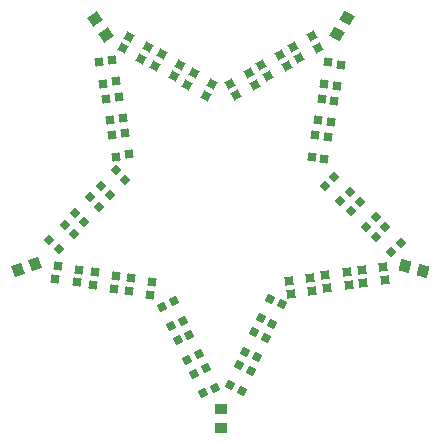
<source format=gtp>
G04*
G04 #@! TF.GenerationSoftware,Altium Limited,Altium Designer,22.10.1 (41)*
G04*
G04 Layer_Color=8421504*
%FSLAX25Y25*%
%MOIN*%
G70*
G04*
G04 #@! TF.SameCoordinates,0AD24C9F-CA8A-4173-ACEB-545809BFA2C4*
G04*
G04*
G04 #@! TF.FilePolarity,Positive*
G04*
G01*
G75*
%ADD15P,0.03897X4X340.0*%
G04:AMPARAMS|DCode=16|XSize=39.37mil|YSize=35.43mil|CornerRadius=0mil|HoleSize=0mil|Usage=FLASHONLY|Rotation=290.000|XOffset=0mil|YOffset=0mil|HoleType=Round|Shape=Rectangle|*
%AMROTATEDRECTD16*
4,1,4,-0.02338,0.01244,0.00991,0.02456,0.02338,-0.01244,-0.00991,-0.02456,-0.02338,0.01244,0.0*
%
%ADD16ROTATEDRECTD16*%

%ADD17R,0.03937X0.03543*%
G04:AMPARAMS|DCode=18|XSize=39.37mil|YSize=35.43mil|CornerRadius=0mil|HoleSize=0mil|Usage=FLASHONLY|Rotation=75.000|XOffset=0mil|YOffset=0mil|HoleType=Round|Shape=Rectangle|*
%AMROTATEDRECTD18*
4,1,4,0.01202,-0.02360,-0.02221,-0.01443,-0.01202,0.02360,0.02221,0.01443,0.01202,-0.02360,0.0*
%
%ADD18ROTATEDRECTD18*%

G04:AMPARAMS|DCode=19|XSize=39.37mil|YSize=35.43mil|CornerRadius=0mil|HoleSize=0mil|Usage=FLASHONLY|Rotation=150.000|XOffset=0mil|YOffset=0mil|HoleType=Round|Shape=Rectangle|*
%AMROTATEDRECTD19*
4,1,4,0.02591,0.00550,0.00819,-0.02519,-0.02591,-0.00550,-0.00819,0.02519,0.02591,0.00550,0.0*
%
%ADD19ROTATEDRECTD19*%

G04:AMPARAMS|DCode=20|XSize=39.37mil|YSize=35.43mil|CornerRadius=0mil|HoleSize=0mil|Usage=FLASHONLY|Rotation=215.000|XOffset=0mil|YOffset=0mil|HoleType=Round|Shape=Rectangle|*
%AMROTATEDRECTD20*
4,1,4,0.00596,0.02580,0.02629,-0.00322,-0.00596,-0.02580,-0.02629,0.00322,0.00596,0.02580,0.0*
%
%ADD20ROTATEDRECTD20*%

%ADD21P,0.03897X4X110.0*%
%ADD22P,0.03897X4X53.0*%
%ADD23P,0.03897X4X180.0*%
%ADD24P,0.03897X4X125.0*%
%ADD25P,0.03897X4X254.0*%
%ADD26P,0.03897X4X195.0*%
%ADD27P,0.03897X4X325.0*%
%ADD28P,0.03897X4X270.0*%
%ADD29P,0.03897X4X395.0*%
D15*
X157643Y28778D02*
D03*
X160687Y22249D02*
D03*
X156762Y20418D02*
D03*
X153718Y26948D02*
D03*
X146843Y51078D02*
D03*
X149887Y44548D02*
D03*
X145962Y42718D02*
D03*
X142918Y49248D02*
D03*
X152155Y39930D02*
D03*
X155200Y33400D02*
D03*
X151275Y31570D02*
D03*
X148230Y38100D02*
D03*
D16*
X94840Y61523D02*
D03*
X100760Y63677D02*
D03*
D17*
X162800Y8850D02*
D03*
X162800Y15150D02*
D03*
D18*
X230042Y61185D02*
D03*
X223958Y62815D02*
D03*
D19*
X204575Y145628D02*
D03*
X201425Y140172D02*
D03*
D20*
X120793Y145180D02*
D03*
X124407Y140020D02*
D03*
D21*
X169506Y21365D02*
D03*
X172551Y27895D02*
D03*
X168626Y29725D02*
D03*
X165581Y23196D02*
D03*
X175881Y45496D02*
D03*
X178926Y52025D02*
D03*
X182851Y50195D02*
D03*
X179806Y43665D02*
D03*
X170781Y34295D02*
D03*
X173826Y40825D02*
D03*
X177751Y38995D02*
D03*
X174706Y32465D02*
D03*
D22*
X185858Y53668D02*
D03*
X192992Y54671D02*
D03*
X192390Y58959D02*
D03*
X185255Y57957D02*
D03*
X197455Y59757D02*
D03*
X204590Y60759D02*
D03*
X205192Y56471D02*
D03*
X198058Y55468D02*
D03*
X210168Y57209D02*
D03*
X217303Y58211D02*
D03*
X216700Y62500D02*
D03*
X209565Y61497D02*
D03*
D23*
X219472Y67592D02*
D03*
X214377Y72686D02*
D03*
X217439Y75748D02*
D03*
X222534Y70654D02*
D03*
X214234Y79054D02*
D03*
X209139Y84149D02*
D03*
X206077Y81086D02*
D03*
X211172Y75992D02*
D03*
X202471Y84392D02*
D03*
X197377Y89486D02*
D03*
X200439Y92549D02*
D03*
X205534Y87454D02*
D03*
D24*
X197121Y98627D02*
D03*
X198372Y105722D02*
D03*
X194107Y106474D02*
D03*
X192856Y99379D02*
D03*
X194956Y111579D02*
D03*
X196207Y118674D02*
D03*
X200472Y117922D02*
D03*
X199221Y110827D02*
D03*
X201421Y122927D02*
D03*
X202672Y130022D02*
D03*
X198407Y130774D02*
D03*
X197156Y123679D02*
D03*
D25*
X195126Y135658D02*
D03*
X188825Y132165D02*
D03*
X186726Y135953D02*
D03*
X193027Y139446D02*
D03*
X182427Y133346D02*
D03*
X176126Y129853D02*
D03*
X178225Y126065D02*
D03*
X184527Y129558D02*
D03*
X174027Y123358D02*
D03*
X167725Y119865D02*
D03*
X165626Y123653D02*
D03*
X171927Y127146D02*
D03*
D26*
X159829Y123463D02*
D03*
X153590Y127065D02*
D03*
X151424Y123315D02*
D03*
X157664Y119712D02*
D03*
X146964Y126112D02*
D03*
X140724Y129715D02*
D03*
X142890Y133465D02*
D03*
X149129Y129863D02*
D03*
X138329Y135763D02*
D03*
X132090Y139365D02*
D03*
X129924Y135615D02*
D03*
X136164Y132012D02*
D03*
D27*
X126421Y131514D02*
D03*
X127672Y124419D02*
D03*
X123407Y123667D02*
D03*
X122156Y130762D02*
D03*
X124456Y118562D02*
D03*
X125707Y111467D02*
D03*
X129972Y112219D02*
D03*
X128721Y119314D02*
D03*
X130721Y107214D02*
D03*
X131972Y100119D02*
D03*
X127707Y99367D02*
D03*
X126456Y106462D02*
D03*
D28*
X130708Y91672D02*
D03*
X125614Y86577D02*
D03*
X122552Y89639D02*
D03*
X127646Y94734D02*
D03*
X122108Y82671D02*
D03*
X117014Y77577D02*
D03*
X113952Y80639D02*
D03*
X119046Y85734D02*
D03*
X113608Y73571D02*
D03*
X108514Y68477D02*
D03*
X105452Y71539D02*
D03*
X110546Y76634D02*
D03*
D29*
X108179Y62944D02*
D03*
X115274Y61693D02*
D03*
X114522Y57428D02*
D03*
X107427Y58679D02*
D03*
X120605Y60851D02*
D03*
X127700Y59600D02*
D03*
X126948Y55335D02*
D03*
X119853Y56586D02*
D03*
X132700Y58800D02*
D03*
X139795Y57549D02*
D03*
X139043Y53284D02*
D03*
X131948Y54535D02*
D03*
M02*

</source>
